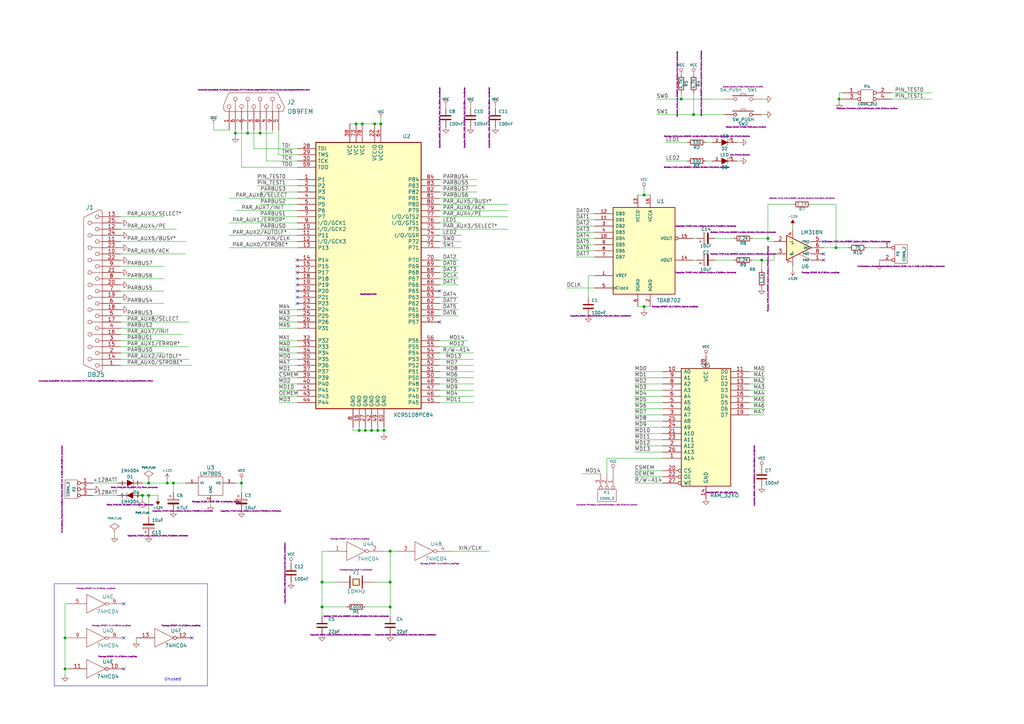
<source format=kicad_sch>
(kicad_sch (version 20250114) (generator "eeschema") (generator_version "9.0")
  (paper "A3")
  (title_block (title "XC95108PC84 EXPERIMENTATION BOARD") (date "Sun 22 Mar 2015"))
  (text "Unused" (at 67.31 279.4 0) (effects (font (size 1.27 1.27)) (justify left bottom)))
  (junction (at 154.94 176.53) (diameter 1.016))
  (junction (at 68.58 198.12) (diameter 1.016))
  (junction (at 149.86 176.53) (diameter 1.016))
  (junction (at 148.59 50.8) (diameter 1.016))
  (junction (at 26.67 274.32) (diameter 1.016))
  (junction (at 344.17 40.64) (diameter 1.016))
  (junction (at 157.48 176.53) (diameter 1.016))
  (junction (at 152.4 176.53) (diameter 1.016))
  (junction (at 147.32 176.53) (diameter 1.016))
  (junction (at 160.02 248.92) (diameter 1.016))
  (junction (at 264.16 125.73) (diameter 1.016))
  (junction (at 101.6 54.61) (diameter 1.016))
  (junction (at 106.68 54.61) (diameter 1.016))
  (junction (at 60.96 198.12) (diameter 1.016))
  (junction (at 156.21 50.8) (diameter 1.016))
  (junction (at 71.12 198.12) (diameter 1.016))
  (junction (at 146.05 50.8) (diameter 1.016))
  (junction (at 132.08 248.92) (diameter 1.016))
  (junction (at 96.52 54.61) (diameter 1.016))
  (junction (at 342.9 101.6) (diameter 1.016))
  (junction (at 26.67 261.62) (diameter 1.016))
  (junction (at 312.42 106.68) (diameter 1.016))
  (junction (at 284.48 46.99) (diameter 1.016))
  (junction (at 160.02 226.06) (diameter 1.016))
  (junction (at 132.08 238.76) (diameter 1.016))
  (junction (at 279.4 40.64) (diameter 1.016))
  (junction (at 264.16 80.01) (diameter 1.016))
  (junction (at 314.96 97.79) (diameter 1.016))
  (junction (at 99.06 198.12) (diameter 1.016))
  (junction (at 60.96 203.2) (diameter 1.016))
  (junction (at 58.42 203.2) (diameter 1.016))
  (junction (at 160.02 238.76) (diameter 1.016))
  (junction (at 153.67 50.8) (diameter 1.016))
  (no_connect (at 121.92 119.38))
  (no_connect (at 50.8 274.32))
  (no_connect (at 337.82 106.68))
  (no_connect (at 121.92 121.92))
  (no_connect (at 180.34 132.08))
  (no_connect (at 180.34 119.38))
  (no_connect (at 121.92 114.3))
  (no_connect (at 121.92 106.68))
  (no_connect (at 337.82 99.06))
  (no_connect (at 50.8 261.62))
  (no_connect (at 121.92 111.76))
  (no_connect (at 121.92 116.84))
  (no_connect (at 78.74 261.62))
  (no_connect (at 337.82 104.14))
  (no_connect (at 121.92 109.22))
  (no_connect (at 121.92 124.46))
  (no_connect (at 50.8 247.65))
  (wire (pts (xy 105.41 73.66) (xy 121.92 73.66)))
  (wire (pts (xy 93.98 81.28) (xy 121.92 81.28)))
  (wire (pts (xy 153.67 50.8) (xy 156.21 50.8)))
  (wire (pts (xy 342.9 101.6) (xy 347.98 101.6)))
  (polyline (pts (xy 22.225 239.395) (xy 85.09 239.395)))
  (wire (pts (xy 121.92 83.82) (xy 106.68 83.82)))
  (wire (pts (xy 49.53 137.16) (xy 74.93 137.16)))
  (wire (pts (xy 180.34 86.36) (xy 208.28 86.36)))
  (wire (pts (xy 365.76 38.1) (xy 382.27 38.1)))
  (wire (pts (xy 243.84 95.25) (xy 236.22 95.25)))
  (wire (pts (xy 149.86 176.53) (xy 152.4 176.53)))
  (wire (pts (xy 271.78 198.12) (xy 260.35 198.12)))
  (wire (pts (xy 147.32 176.53) (xy 149.86 176.53)))
  (wire (pts (xy 307.34 152.4) (xy 313.69 152.4)))
  (wire (pts (xy 187.96 129.54) (xy 180.34 129.54)))
  (wire (pts (xy 312.42 46.99) (xy 313.69 46.99)))
  (wire (pts (xy 38.1 198.12) (xy 48.26 198.12)))
  (wire (pts (xy 121.92 147.32) (xy 114.3 147.32)))
  (wire (pts (xy 132.08 248.92) (xy 132.08 252.73)))
  (wire (pts (xy 194.31 157.48) (xy 180.34 157.48)))
  (wire (pts (xy 160.02 226.06) (xy 160.02 238.76)))
  (wire (pts (xy 271.78 172.72) (xy 260.35 172.72)))
  (wire (pts (xy 121.92 60.96) (xy 104.14 60.96)))
  (wire (pts (xy 99.06 198.12) (xy 96.52 198.12)))
  (wire (pts (xy 243.84 102.87) (xy 236.22 102.87)))
  (wire (pts (xy 264.16 127) (xy 264.16 125.73)))
  (wire (pts (xy 264.16 80.01) (xy 266.7 80.01)))
  (wire (pts (xy 96.52 54.61) (xy 96.52 55.88)))
  (wire (pts (xy 261.62 125.73) (xy 264.16 125.73)))
  (wire (pts (xy 68.58 196.85) (xy 68.58 198.12)))
  (wire (pts (xy 146.05 50.8) (xy 148.59 50.8)))
  (wire (pts (xy 187.96 127) (xy 180.34 127)))
  (wire (pts (xy 187.96 111.76) (xy 180.34 111.76)))
  (wire (pts (xy 194.31 160.02) (xy 180.34 160.02)))
  (wire (pts (xy 248.92 187.96) (xy 248.92 194.31)))
  (wire (pts (xy 271.78 182.88) (xy 260.35 182.88)))
  (wire (pts (xy 157.48 176.53) (xy 157.48 177.8)))
  (wire (pts (xy 152.4 176.53) (xy 154.94 176.53)))
  (wire (pts (xy 160.02 226.06) (xy 162.56 226.06)))
  (wire (pts (xy 292.1 58.42) (xy 289.56 58.42)))
  (wire (pts (xy 58.42 203.2) (xy 60.96 203.2)))
  (wire (pts (xy 246.38 194.31) (xy 238.76 194.31)))
  (wire (pts (xy 271.78 152.4) (xy 260.35 152.4)))
  (wire (pts (xy 194.31 162.56) (xy 180.34 162.56)))
  (wire (pts (xy 345.44 40.64) (xy 344.17 40.64)))
  (wire (pts (xy 344.17 38.1) (xy 345.44 38.1)))
  (wire (pts (xy 121.92 88.9) (xy 106.68 88.9)))
  (wire (pts (xy 193.04 43.18) (xy 193.04 44.45)))
  (wire (pts (xy 308.61 97.79) (xy 314.96 97.79)))
  (wire (pts (xy 106.68 99.06) (xy 121.92 99.06)))
  (wire (pts (xy 191.77 142.24) (xy 180.34 142.24)))
  (wire (pts (xy 317.5 99.06) (xy 314.96 99.06)))
  (wire (pts (xy 365.76 40.64) (xy 382.27 40.64)))
  (polyline (pts (xy 85.09 239.395) (xy 85.09 281.305)))
  (wire (pts (xy 279.4 38.1) (xy 279.4 40.64)))
  (wire (pts (xy 96.52 53.34) (xy 96.52 54.61)))
  (wire (pts (xy 121.92 93.98) (xy 106.68 93.98)))
  (wire (pts (xy 67.31 114.3) (xy 49.53 114.3)))
  (wire (pts (xy 241.3 113.03) (xy 241.3 121.92)))
  (wire (pts (xy 71.12 198.12) (xy 71.12 201.93)))
  (wire (pts (xy 271.78 193.04) (xy 260.35 193.04)))
  (wire (pts (xy 101.6 54.61) (xy 106.68 54.61)))
  (wire (pts (xy 26.67 247.65) (xy 26.67 261.62)))
  (wire (pts (xy 279.4 40.64) (xy 297.18 40.64)))
  (wire (pts (xy 49.53 99.06) (xy 76.2 99.06)))
  (wire (pts (xy 314.96 83.82) (xy 314.96 97.79)))
  (wire (pts (xy 261.62 80.01) (xy 264.16 80.01)))
  (wire (pts (xy 292.1 66.04) (xy 289.56 66.04)))
  (wire (pts (xy 114.3 149.86) (xy 121.92 149.86)))
  (wire (pts (xy 121.92 162.56) (xy 114.3 162.56)))
  (wire (pts (xy 99.06 53.34) (xy 99.06 68.58)))
  (wire (pts (xy 114.3 127) (xy 121.92 127)))
  (wire (pts (xy 160.02 248.92) (xy 149.86 248.92)))
  (wire (pts (xy 99.06 68.58) (xy 121.92 68.58)))
  (wire (pts (xy 106.68 54.61) (xy 106.68 53.34)))
  (wire (pts (xy 307.34 160.02) (xy 313.69 160.02)))
  (wire (pts (xy 194.31 149.86) (xy 180.34 149.86)))
  (wire (pts (xy 293.37 97.79) (xy 300.99 97.79)))
  (wire (pts (xy 187.96 121.92) (xy 180.34 121.92)))
  (wire (pts (xy 87.63 53.34) (xy 93.98 53.34)))
  (wire (pts (xy 187.96 124.46) (xy 180.34 124.46)))
  (wire (pts (xy 194.31 154.94) (xy 180.34 154.94)))
  (wire (pts (xy 105.41 76.2) (xy 121.92 76.2)))
  (wire (pts (xy 64.77 203.2) (xy 64.77 204.47)))
  (wire (pts (xy 96.52 54.61) (xy 101.6 54.61)))
  (wire (pts (xy 152.4 175.26) (xy 152.4 176.53)))
  (wire (pts (xy 243.84 92.71) (xy 236.22 92.71)))
  (wire (pts (xy 144.78 176.53) (xy 147.32 176.53)))
  (wire (pts (xy 180.34 83.82) (xy 208.28 83.82)))
  (wire (pts (xy 303.53 66.04) (xy 302.26 66.04)))
  (wire (pts (xy 121.92 96.52) (xy 93.98 96.52)))
  (wire (pts (xy 114.3 129.54) (xy 121.92 129.54)))
  (wire (pts (xy 96.52 86.36) (xy 121.92 86.36)))
  (wire (pts (xy 302.26 58.42) (xy 303.53 58.42)))
  (wire (pts (xy 243.84 90.17) (xy 236.22 90.17)))
  (wire (pts (xy 160.02 238.76) (xy 160.02 248.92)))
  (wire (pts (xy 67.31 119.38) (xy 49.53 119.38)))
  (wire (pts (xy 189.23 101.6) (xy 180.34 101.6)))
  (wire (pts (xy 271.78 187.96) (xy 248.92 187.96)))
  (wire (pts (xy 121.92 157.48) (xy 114.3 157.48)))
  (wire (pts (xy 243.84 118.11) (xy 232.41 118.11)))
  (wire (pts (xy 26.67 261.62) (xy 26.67 274.32)))
  (wire (pts (xy 49.53 104.14) (xy 76.2 104.14)))
  (wire (pts (xy 314.96 83.82) (xy 325.12 83.82)))
  (wire (pts (xy 195.58 76.2) (xy 180.34 76.2)))
  (wire (pts (xy 180.34 88.9) (xy 208.28 88.9)))
  (wire (pts (xy 121.92 66.04) (xy 109.22 66.04)))
  (wire (pts (xy 187.96 116.84) (xy 180.34 116.84)))
  (wire (pts (xy 307.34 165.1) (xy 313.69 165.1)))
  (wire (pts (xy 312.42 106.68) (xy 317.5 106.68)))
  (wire (pts (xy 195.58 78.74) (xy 180.34 78.74)))
  (wire (pts (xy 67.31 124.46) (xy 49.53 124.46)))
  (wire (pts (xy 271.78 175.26) (xy 260.35 175.26)))
  (wire (pts (xy 271.78 160.02) (xy 260.35 160.02)))
  (wire (pts (xy 121.92 165.1) (xy 114.3 165.1)))
  (wire (pts (xy 132.08 238.76) (xy 132.08 248.92)))
  (wire (pts (xy 195.58 73.66) (xy 180.34 73.66)))
  (wire (pts (xy 49.53 93.98) (xy 72.39 93.98)))
  (wire (pts (xy 308.61 106.68) (xy 312.42 106.68)))
  (wire (pts (xy 281.94 58.42) (xy 273.05 58.42)))
  (wire (pts (xy 99.06 196.85) (xy 99.06 198.12)))
  (wire (pts (xy 114.3 63.5) (xy 114.3 53.34)))
  (wire (pts (xy 180.34 93.98) (xy 208.28 93.98)))
  (wire (pts (xy 121.92 160.02) (xy 114.3 160.02)))
  (wire (pts (xy 313.69 40.64) (xy 312.42 40.64)))
  (wire (pts (xy 67.31 129.54) (xy 49.53 129.54)))
  (wire (pts (xy 49.53 142.24) (xy 77.47 142.24)))
  (wire (pts (xy 67.31 109.22) (xy 49.53 109.22)))
  (wire (pts (xy 147.32 175.26) (xy 147.32 176.53)))
  (wire (pts (xy 67.31 134.62) (xy 49.53 134.62)))
  (wire (pts (xy 271.78 157.48) (xy 260.35 157.48)))
  (wire (pts (xy 142.24 248.92) (xy 132.08 248.92)))
  (wire (pts (xy 185.42 226.06) (xy 200.66 226.06)))
  (wire (pts (xy 271.78 180.34) (xy 260.35 180.34)))
  (wire (pts (xy 71.12 198.12) (xy 76.2 198.12)))
  (wire (pts (xy 67.31 88.9) (xy 49.53 88.9)))
  (wire (pts (xy 60.96 198.12) (xy 68.58 198.12)))
  (wire (pts (xy 317.5 106.68) (xy 317.5 104.14)))
  (wire (pts (xy 195.58 81.28) (xy 180.34 81.28)))
  (wire (pts (xy 182.88 44.45) (xy 182.88 43.18)))
  (wire (pts (xy 48.26 203.2) (xy 38.1 203.2)))
  (wire (pts (xy 149.86 175.26) (xy 149.86 176.53)))
  (wire (pts (xy 153.67 238.76) (xy 160.02 238.76)))
  (wire (pts (xy 337.82 101.6) (xy 342.9 101.6)))
  (wire (pts (xy 187.96 114.3) (xy 180.34 114.3)))
  (wire (pts (xy 101.6 53.34) (xy 101.6 54.61)))
  (wire (pts (xy 46.99 219.71) (xy 46.99 218.44)))
  (wire (pts (xy 189.23 91.44) (xy 180.34 91.44)))
  (wire (pts (xy 187.96 109.22) (xy 180.34 109.22)))
  (wire (pts (xy 67.31 144.78) (xy 49.53 144.78)))
  (wire (pts (xy 325.12 110.49) (xy 325.12 109.22)))
  (wire (pts (xy 60.96 196.85) (xy 60.96 198.12)))
  (wire (pts (xy 58.42 204.47) (xy 58.42 203.2)))
  (wire (pts (xy 58.42 198.12) (xy 60.96 198.12)))
  (wire (pts (xy 157.48 175.26) (xy 157.48 176.53)))
  (wire (pts (xy 148.59 50.8) (xy 153.67 50.8)))
  (wire (pts (xy 203.2 43.18) (xy 203.2 44.45)))
  (wire (pts (xy 132.08 226.06) (xy 132.08 238.76)))
  (wire (pts (xy 160.02 248.92) (xy 160.02 252.73)))
  (wire (pts (xy 271.78 195.58) (xy 260.35 195.58)))
  (wire (pts (xy 55.88 262.89) (xy 55.88 261.62)))
  (wire (pts (xy 132.08 238.76) (xy 138.43 238.76)))
  (wire (pts (xy 121.92 152.4) (xy 114.3 152.4)))
  (wire (pts (xy 87.63 53.34) (xy 87.63 50.8)))
  (wire (pts (xy 285.75 97.79) (xy 284.48 97.79)))
  (wire (pts (xy 271.78 167.64) (xy 260.35 167.64)))
  (wire (pts (xy 344.17 38.1) (xy 344.17 40.64)))
  (wire (pts (xy 269.24 40.64) (xy 279.4 40.64)))
  (wire (pts (xy 49.53 147.32) (xy 77.47 147.32)))
  (wire (pts (xy 121.92 91.44) (xy 93.98 91.44)))
  (wire (pts (xy 60.96 203.2) (xy 64.77 203.2)))
  (wire (pts (xy 121.92 63.5) (xy 114.3 63.5)))
  (wire (pts (xy 332.74 83.82) (xy 342.9 83.82)))
  (wire (pts (xy 194.31 144.78) (xy 180.34 144.78)))
  (polyline (pts (xy 85.09 281.305) (xy 22.225 281.305)))
  (wire (pts (xy 307.34 170.18) (xy 313.69 170.18)))
  (wire (pts (xy 121.92 154.94) (xy 114.3 154.94)))
  (wire (pts (xy 307.34 154.94) (xy 313.69 154.94)))
  (wire (pts (xy 355.6 101.6) (xy 360.68 101.6)))
  (wire (pts (xy 243.84 113.03) (xy 241.3 113.03)))
  (wire (pts (xy 143.51 50.8) (xy 146.05 50.8)))
  (wire (pts (xy 60.96 203.2) (xy 60.96 212.09)))
  (wire (pts (xy 271.78 177.8) (xy 260.35 177.8)))
  (wire (pts (xy 114.3 139.7) (xy 121.92 139.7)))
  (wire (pts (xy 114.3 142.24) (xy 121.92 142.24)))
  (wire (pts (xy 307.34 162.56) (xy 313.69 162.56)))
  (wire (pts (xy 111.76 54.61) (xy 111.76 53.34)))
  (wire (pts (xy 26.67 247.65) (xy 27.94 247.65)))
  (wire (pts (xy 109.22 66.04) (xy 109.22 53.34)))
  (wire (pts (xy 271.78 170.18) (xy 260.35 170.18)))
  (wire (pts (xy 271.78 165.1) (xy 260.35 165.1)))
  (wire (pts (xy 106.68 54.61) (xy 111.76 54.61)))
  (polyline (pts (xy 22.225 239.395) (xy 22.225 281.305)))
  (wire (pts (xy 300.99 106.68) (xy 293.37 106.68)))
  (wire (pts (xy 194.31 165.1) (xy 180.34 165.1)))
  (wire (pts (xy 284.48 46.99) (xy 297.18 46.99)))
  (wire (pts (xy 104.14 60.96) (xy 104.14 53.34)))
  (wire (pts (xy 360.68 107.95) (xy 360.68 106.68)))
  (wire (pts (xy 243.84 100.33) (xy 236.22 100.33)))
  (wire (pts (xy 154.94 176.53) (xy 157.48 176.53)))
  (wire (pts (xy 243.84 105.41) (xy 236.22 105.41)))
  (wire (pts (xy 156.21 50.8) (xy 156.21 48.26)))
  (wire (pts (xy 99.06 198.12) (xy 99.06 201.93)))
  (wire (pts (xy 93.98 101.6) (xy 121.92 101.6)))
  (wire (pts (xy 194.31 147.32) (xy 180.34 147.32)))
  (wire (pts (xy 121.92 78.74) (xy 106.68 78.74)))
  (wire (pts (xy 344.17 40.64) (xy 344.17 41.91)))
  (wire (pts (xy 271.78 185.42) (xy 260.35 185.42)))
  (wire (pts (xy 264.16 125.73) (xy 266.7 125.73)))
  (wire (pts (xy 26.67 274.32) (xy 26.67 276.86)))
  (wire (pts (xy 49.53 132.08) (xy 77.47 132.08)))
  (wire (pts (xy 114.3 144.78) (xy 121.92 144.78)))
  (wire (pts (xy 189.23 99.06) (xy 180.34 99.06)))
  (wire (pts (xy 194.31 152.4) (xy 180.34 152.4)))
  (wire (pts (xy 312.42 106.68) (xy 312.42 110.49)))
  (wire (pts (xy 314.96 97.79) (xy 314.96 99.06)))
  (wire (pts (xy 325.12 92.71) (xy 325.12 93.98)))
  (wire (pts (xy 271.78 162.56) (xy 260.35 162.56)))
  (wire (pts (xy 187.96 106.68) (xy 180.34 106.68)))
  (wire (pts (xy 132.08 226.06) (xy 134.62 226.06)))
  (wire (pts (xy 307.34 157.48) (xy 313.69 157.48)))
  (wire (pts (xy 114.3 134.62) (xy 121.92 134.62)))
  (wire (pts (xy 27.94 261.62) (xy 26.67 261.62)))
  (wire (pts (xy 49.53 149.86) (xy 78.74 149.86)))
  (wire (pts (xy 154.94 175.26) (xy 154.94 176.53)))
  (wire (pts (xy 157.48 226.06) (xy 160.02 226.06)))
  (wire (pts (xy 86.36 207.01) (xy 86.36 205.74)))
  (wire (pts (xy 26.67 274.32) (xy 27.94 274.32)))
  (wire (pts (xy 243.84 87.63) (xy 236.22 87.63)))
  (wire (pts (xy 264.16 80.01) (xy 264.16 77.47)))
  (wire (pts (xy 271.78 154.94) (xy 260.35 154.94)))
  (wire (pts (xy 285.75 106.68) (xy 284.48 106.68)))
  (wire (pts (xy 243.84 97.79) (xy 236.22 97.79)))
  (wire (pts (xy 191.77 139.7) (xy 180.34 139.7)))
  (wire (pts (xy 114.3 132.08) (xy 121.92 132.08)))
  (wire (pts (xy 68.58 198.12) (xy 71.12 198.12)))
  (wire (pts (xy 251.46 193.04) (xy 251.46 194.31)))
  (wire (pts (xy 189.23 96.52) (xy 180.34 96.52)))
  (wire (pts (xy 342.9 83.82) (xy 342.9 101.6)))
  (wire (pts (xy 307.34 167.64) (xy 313.69 167.64)))
  (wire (pts (xy 281.94 66.04) (xy 273.05 66.04)))
  (wire (pts (xy 144.78 175.26) (xy 144.78 176.53)))
  (wire (pts (xy 269.24 46.99) (xy 284.48 46.99)))
  (wire (pts (xy 284.48 46.99) (xy 284.48 38.1)))
  (wire (pts (xy 67.31 139.7) (xy 49.53 139.7)))
  (label "PARBUS2" (at 106.68 83.82 0) (effects (font (size 1.524 1.524))))
  (label "MA4" (at 313.69 162.56 180) (effects (font (size 1.524 1.524))))
  (label "PIN_TEST1" (at 367.03 40.64 0) (effects (font (size 1.524 1.524))))
  (label "MD1" (at 114.3 152.4 0) (effects (font (size 1.524 1.524))))
  (label "MA1" (at 114.3 139.7 0) (effects (font (size 1.524 1.524))))
  (label "PARBUS1" (at 106.68 88.9 0) (effects (font (size 1.524 1.524))))
  (label "+12BATT" (at 38.1 198.12 0) (effects (font (size 1.524 1.524))))
  (label "PAR_AUX8/SELECT" (at 52.07 132.08 0) (effects (font (size 1.524 1.524))))
  (label "MD2" (at 260.35 157.48 0) (effects (font (size 1.524 1.524))))
  (label "DAT7" (at 236.22 105.41 0) (effects (font (size 1.524 1.524))))
  (label "MD14" (at 184.15 139.7 0) (effects (font (size 1.524 1.524))))
  (label "PARBUS4" (at 181.61 73.66 0) (effects (font (size 1.524 1.524))))
  (label "MD4" (at 260.35 162.56 0) (effects (font (size 1.524 1.524))))
  (label "PARBUS5" (at 52.07 119.38 0) (effects (font (size 1.524 1.524))))
  (label "TDO" (at 115.57 68.58 0) (effects (font (size 1.524 1.524))))
  (label "TCK" (at 115.57 66.04 0) (effects (font (size 1.524 1.524))))
  (label "MD14" (at 240.03 194.31 0) (effects (font (size 1.524 1.524))))
  (label "MD2" (at 114.3 157.48 0) (effects (font (size 1.524 1.524))))
  (label "PAR_AUX7/INIT" (at 52.07 137.16 0) (effects (font (size 1.524 1.524))))
  (label "MD0" (at 114.3 147.32 0) (effects (font (size 1.524 1.524))))
  (label "DAT0" (at 181.61 109.22 0) (effects (font (size 1.524 1.524))))
  (label "OEMEM" (at 114.3 162.56 0) (effects (font (size 1.524 1.524))))
  (label "MA0" (at 114.3 142.24 0) (effects (font (size 1.524 1.524))))
  (label "XIN/CLK" (at 187.96 226.06 0) (effects (font (size 1.524 1.524))))
  (label "LED1" (at 181.61 91.44 0) (effects (font (size 1.524 1.524))))
  (label "SW1" (at 269.24 46.99 0) (effects (font (size 1.524 1.524))))
  (label "CSMEM" (at 114.3 154.94 0) (effects (font (size 1.524 1.524))))
  (label "DCLK" (at 232.41 118.11 0) (effects (font (size 1.524 1.524))))
  (label "MD9" (at 182.88 160.02 0) (effects (font (size 1.524 1.524))))
  (label "SW1" (at 181.61 101.6 0) (effects (font (size 1.524 1.524))))
  (label "PAR_AUX5/BUSY*" (at 52.07 99.06 0) (effects (font (size 1.524 1.524))))
  (label "MA6" (at 114.3 144.78 0) (effects (font (size 1.524 1.524))))
  (label "PAR_AUX7/INIT" (at 99.06 86.36 0) (effects (font (size 1.524 1.524))))
  (label "PAR_AUX5/BUSY*" (at 181.61 83.82 0) (effects (font (size 1.524 1.524))))
  (label "MA2" (at 313.69 157.48 180) (effects (font (size 1.524 1.524))))
  (label "PARBUS6" (at 181.61 81.28 0) (effects (font (size 1.524 1.524))))
  (label "MA0" (at 313.69 152.4 180) (effects (font (size 1.524 1.524))))
  (label "MA4" (at 114.3 127 0) (effects (font (size 1.524 1.524))))
  (label "PARBUS0" (at 106.68 93.98 0) (effects (font (size 1.524 1.524))))
  (label "DAT5" (at 236.22 100.33 0) (effects (font (size 1.524 1.524))))
  (label "OEMEM" (at 260.35 195.58 0) (effects (font (size 1.524 1.524))))
  (label "PAR_AUX6/ACK" (at 181.61 86.36 0) (effects (font (size 1.524 1.524))))
  (label "MD5" (at 260.35 165.1 0) (effects (font (size 1.524 1.524))))
  (label "PARBUS2" (at 52.07 134.62 0) (effects (font (size 1.524 1.524))))
  (label "-12BATT" (at 38.1 203.2 0) (effects (font (size 1.524 1.524))))
  (label "MA6" (at 313.69 167.64 180) (effects (font (size 1.524 1.524))))
  (label "DAT7" (at 181.61 124.46 0) (effects (font (size 1.524 1.524))))
  (label "MA5" (at 313.69 165.1 180) (effects (font (size 1.524 1.524))))
  (label "PARBUS3" (at 106.68 78.74 0) (effects (font (size 1.524 1.524))))
  (label "DAT0" (at 236.22 87.63 0) (effects (font (size 1.524 1.524))))
  (label "MD9" (at 260.35 175.26 0) (effects (font (size 1.524 1.524))))
  (label "PIN_TEST1" (at 105.41 76.2 0) (effects (font (size 1.524 1.524))))
  (label "PARBUS3" (at 52.07 129.54 0) (effects (font (size 1.524 1.524))))
  (label "PARBUS7" (at 181.61 78.74 0) (effects (font (size 1.524 1.524))))
  (label "MD13" (at 182.88 147.32 0) (effects (font (size 1.524 1.524))))
  (label "PARBUS4" (at 52.07 124.46 0) (effects (font (size 1.524 1.524))))
  (label "PAR_AUX8/SELECT" (at 96.52 81.28 0) (effects (font (size 1.524 1.524))))
  (label "DAT3" (at 181.61 111.76 0) (effects (font (size 1.524 1.524))))
  (label "PAR_AUX3/SELECT*" (at 181.61 93.98 0) (effects (font (size 1.524 1.524))))
  (label "DAT1" (at 236.22 90.17 0) (effects (font (size 1.524 1.524))))
  (label "PAR_AUX6/ACK" (at 52.07 104.14 0) (effects (font (size 1.524 1.524))))
  (label "DAT4" (at 181.61 121.92 0) (effects (font (size 1.524 1.524))))
  (label "R/W-A14" (at 181.61 144.78 0) (effects (font (size 1.524 1.524))))
  (label "PAR_AUX3/SELECT*" (at 52.07 88.9 0) (effects (font (size 1.524 1.524))))
  (label "MD3" (at 260.35 160.02 0) (effects (font (size 1.524 1.524))))
  (label "DAT4" (at 236.22 97.79 0) (effects (font (size 1.524 1.524))))
  (label "MD0" (at 260.35 152.4 0) (effects (font (size 1.524 1.524))))
  (label "PARBUS0" (at 52.07 144.78 0) (effects (font (size 1.524 1.524))))
  (label "LED2" (at 273.05 66.04 0) (effects (font (size 1.524 1.524))))
  (label "MA3" (at 313.69 160.02 180) (effects (font (size 1.524 1.524))))
  (label "PAR_AUX4/PE" (at 181.61 88.9 0) (effects (font (size 1.524 1.524))))
  (label "MA7" (at 114.3 149.86 0) (effects (font (size 1.524 1.524))))
  (label "LED2" (at 181.61 96.52 0) (effects (font (size 1.524 1.524))))
  (label "MA7" (at 313.69 170.18 180) (effects (font (size 1.524 1.524))))
  (label "PARBUS7" (at 52.07 109.22 0) (effects (font (size 1.524 1.524))))
  (label "MD7" (at 182.88 149.86 0) (effects (font (size 1.524 1.524))))
  (label "DAT5" (at 181.61 127 0) (effects (font (size 1.524 1.524))))
  (label "PARBUS6" (at 52.07 114.3 0) (effects (font (size 1.524 1.524))))
  (label "DAT6" (at 181.61 129.54 0) (effects (font (size 1.524 1.524))))
  (label "MD7" (at 260.35 170.18 0) (effects (font (size 1.524 1.524))))
  (label "DAT3" (at 236.22 95.25 0) (effects (font (size 1.524 1.524))))
  (label "DAT1" (at 181.61 116.84 0) (effects (font (size 1.524 1.524))))
  (label "PAR_AUX2/AUTOLF*" (at 52.07 147.32 0) (effects (font (size 1.524 1.524))))
  (label "MD1" (at 260.35 154.94 0) (effects (font (size 1.524 1.524))))
  (label "MA5" (at 114.3 134.62 0) (effects (font (size 1.524 1.524))))
  (label "PARBUS5" (at 181.61 76.2 0) (effects (font (size 1.524 1.524))))
  (label "MA2" (at 114.3 132.08 0) (effects (font (size 1.524 1.524))))
  (label "MD4" (at 182.88 162.56 0) (effects (font (size 1.524 1.524))))
  (label "MD11" (at 260.35 180.34 0) (effects (font (size 1.524 1.524))))
  (label "PAR_AUX2/AUTOLF*" (at 95.25 96.52 0) (effects (font (size 1.524 1.524))))
  (label "PIN_TEST0" (at 105.41 73.66 0) (effects (font (size 1.524 1.524))))
  (label "MD6" (at 182.88 154.94 0) (effects (font (size 1.524 1.524))))
  (label "MD8" (at 182.88 152.4 0) (effects (font (size 1.524 1.524))))
  (label "MD8" (at 260.35 172.72 0) (effects (font (size 1.524 1.524))))
  (label "TDI" (at 115.57 60.96 0) (effects (font (size 1.524 1.524))))
  (label "MD6" (at 260.35 167.64 0) (effects (font (size 1.524 1.524))))
  (label "SW0" (at 181.61 99.06 0) (effects (font (size 1.524 1.524))))
  (label "DAT2" (at 236.22 92.71 0) (effects (font (size 1.524 1.524))))
  (label "MD5" (at 182.88 157.48 0) (effects (font (size 1.524 1.524))))
  (label "MD12" (at 260.35 182.88 0) (effects (font (size 1.524 1.524))))
  (label "MD12" (at 184.15 142.24 0) (effects (font (size 1.524 1.524))))
  (label "MD10" (at 260.35 177.8 0) (effects (font (size 1.524 1.524))))
  (label "MD13" (at 260.35 185.42 0) (effects (font (size 1.524 1.524))))
  (label "PAR_AUX1/ERROR*" (at 95.25 91.44 0) (effects (font (size 1.524 1.524))))
  (label "PAR_AUX1/ERROR*" (at 52.07 142.24 0) (effects (font (size 1.524 1.524))))
  (label "MA1" (at 313.69 154.94 180) (effects (font (size 1.524 1.524))))
  (label "LED1" (at 273.05 58.42 0) (effects (font (size 1.524 1.524))))
  (label "R/W-A14" (at 260.35 198.12 0) (effects (font (size 1.524 1.524))))
  (label "PARBUS1" (at 52.07 139.7 0) (effects (font (size 1.524 1.524))))
  (label "CSMEM" (at 260.35 193.04 0) (effects (font (size 1.524 1.524))))
  (label "PAR_AUX0/STROBE*" (at 52.07 149.86 0) (effects (font (size 1.524 1.524))))
  (label "XIN/CLK" (at 109.22 99.06 0) (effects (font (size 1.524 1.524))))
  (label "MD10" (at 114.3 160.02 0) (effects (font (size 1.524 1.524))))
  (label "SW0" (at 269.24 40.64 0) (effects (font (size 1.524 1.524))))
  (label "DAT6" (at 236.22 102.87 0) (effects (font (size 1.524 1.524))))
  (label "DAT2" (at 181.61 106.68 0) (effects (font (size 1.524 1.524))))
  (label "PAR_AUX0/STROBE*" (at 95.25 101.6 0) (effects (font (size 1.524 1.524))))
  (label "PIN_TEST0" (at 367.03 38.1 0) (effects (font (size 1.524 1.524))))
  (label "MA3" (at 114.3 129.54 0) (effects (font (size 1.524 1.524))))
  (label "DCLK" (at 181.61 114.3 0) (effects (font (size 1.524 1.524))))
  (label "MD3" (at 114.3 165.1 0) (effects (font (size 1.524 1.524))))
  (label "TMS" (at 115.57 63.5 0) (effects (font (size 1.524 1.524))))
  (label "MD11" (at 182.88 165.1 0) (effects (font (size 1.524 1.524))))
  (label "PAR_AUX4/PE" (at 52.07 93.98 0) (effects (font (size 1.524 1.524))))
  (symbol (lib_id "carte_test_schlib:TDA8702") (at 264.16 102.87 0) (unit 1)
    (property "Reference" "U1" (at 269.24 82.55 0) (effects (font (size 1.524 1.524)) (justify left)))
    (property "Value" "TDA8702" (at 269.24 123.19 0) (effects (font (size 1.524 1.524)) (justify left)))
    (property "Footprint" "Package_DIP:DIP-16_W7.62mm_Socket_LongPads" (at 276.86 125.73 0) (effects (font (size 0.508 0.508))))
  )
  (symbol (lib_id "carte_test_schlib:VCC") (at 264.16 77.47 0) (unit 1)
    (property "Reference" "#PWR046" (effects (hide yes)))
    (property "Value" "VCC" (at 264.16 73.66 0) (effects (font (size 1.016 1.016))))
  )
  (symbol (lib_id "carte_test_schlib:GND") (at 132.08 260.35 0) (unit 1)
    (property "Reference" "#PWR048" (effects (hide yes)))
    (property "Value" "GND" (effects (hide yes)))
  )
  (symbol (lib_id "carte_test_schlib:GND") (at 264.16 127 0) (unit 1)
    (property "Reference" "#PWR044" (effects (hide yes)))
    (property "Value" "GND" (effects (hide yes)))
  )
  (symbol (lib_id "carte_test_schlib:C") (at 241.3 125.73 0) (unit 1)
    (property "Reference" "C1" (at 242.57 123.19 0) (effects (justify left)))
    (property "Value" "100nF" (at 242.57 128.27 0) (effects (justify left)))
    (property "Footprint" "Capacitor_SMD:C_1206_3216Metric_Pad1.33x1.80mm_HandSolder" (at 246.38 129.54 0) (effects (font (size 0.508 0.508))))
  )
  (symbol (lib_id "carte_test_schlib:GND") (at 241.3 129.54 0) (unit 1)
    (property "Reference" "#PWR043" (effects (hide yes)))
    (property "Value" "GND" (effects (hide yes)))
  )
  (symbol (lib_id "carte_test_schlib:CP") (at 289.56 106.68 90) (unit 1)
    (property "Reference" "C2" (at 289.56 102.87 90) (effects (justify bottom)))
    (property "Value" "10uF" (at 289.56 110.49 90))
    (property "Footprint" "Capacitor_THT:CP_Axial_L10.0mm_D4.5mm_P15.00mm_Horizontal" (at 289.56 111.76 90) (effects (font (size 0.508 0.508))))
  )
  (symbol (lib_id "carte_test_schlib:CP") (at 99.06 205.74 0) (unit 1)
    (property "Reference" "C3" (at 100.33 203.2 0) (effects (justify left)))
    (property "Value" "10uF" (at 100.33 208.28 0) (effects (justify left)))
    (property "Footprint" "Capacitor_THT:CP_Axial_L10.0mm_D4.5mm_P15.00mm_Horizontal" (at 102.87 209.55 0) (effects (font (size 0.508 0.508))))
  )
  (symbol (lib_id "carte_test_schlib:GND") (at 99.06 209.55 0) (unit 1)
    (property "Reference" "#PWR042" (effects (hide yes)))
    (property "Value" "GND" (effects (hide yes)))
  )
  (symbol (lib_id "carte_test_schlib:GND") (at 96.52 55.88 0) (unit 1)
    (property "Reference" "#PWR040" (effects (hide yes)))
    (property "Value" "GND" (effects (hide yes)))
  )
  (symbol (lib_id "carte_test_schlib:CRYSTAL") (at 146.05 238.76 0) (unit 1)
    (property "Reference" "X1" (at 146.05 234.95 0) (effects (font (size 1.524 1.524))))
    (property "Value" "10MHz" (at 146.05 242.57 0) (effects (font (size 1.524 1.524))))
    (property "Footprint" "Crystal:Crystal_HC18-U_Horizontal" (at 146.05 233.68 0) (effects (font (size 0.508 0.508))))
  )
  (symbol (lib_id "carte_test_schlib:C") (at 160.02 256.54 0) (unit 1)
    (property "Reference" "C4" (at 162.56 254 0) (effects (justify left)))
    (property "Value" "22pF" (at 162.56 259.08 0) (effects (justify left)))
    (property "Footprint" "Capacitor_SMD:C_1206_3216Metric_Pad1.33x1.80mm_HandSolder" (at 166.37 260.35 0) (effects (font (size 0.508 0.508))))
  )
  (symbol (lib_id "carte_test_schlib:R") (at 146.05 248.92 270) (unit 1)
    (property "Reference" "R1" (at 146.05 250.952 90))
    (property "Value" "100K" (at 146.05 248.92 90))
    (property "Footprint" "Resistor_THT:R_Axial_DIN0207_L6.3mm_D2.5mm_P10.16mm_Horizontal" (at 146.05 252.73 90) (effects (font (size 0.508 0.508))))
  )
  (symbol (lib_id "carte_test_schlib:LM7805") (at 86.36 199.39 0) (unit 1)
    (property "Reference" "U3" (at 86.36 191.77 0) (effects (font (size 1.524 1.524))))
    (property "Value" "LM7805" (at 86.36 194.31 0) (effects (font (size 1.524 1.524))))
    (property "Footprint" "Package_TO_SOT_THT:TO-220-3_Horizontal_TabDown" (at 88.9 205.74 0) (effects (font (size 0.508 0.508))))
  )
  (symbol (lib_id "carte_test_schlib:GND") (at 86.36 207.01 0) (unit 1)
    (property "Reference" "#PWR038" (effects (hide yes)))
    (property "Value" "GND" (effects (hide yes)))
  )
  (symbol (lib_id "carte_test_schlib:VCC") (at 99.06 196.85 0) (unit 1)
    (property "Reference" "#PWR037" (effects (hide yes)))
    (property "Value" "VCC" (at 99.06 193.04 0) (effects (font (size 1.016 1.016))))
  )
  (symbol (lib_id "carte_test_schlib:CONN_3") (at 29.21 200.66 0) (mirror y) (unit 1)
    (property "Reference" "P2" (at 30.4292 200.66 90) (effects (font (size 1.016 1.016))))
    (property "Value" "CONN_3" (at 27.94 200.66 90) (effects (font (size 1.016 1.016))))
    (property "Footprint" "TerminalBlock_Phoenix:TerminalBlock_Phoenix_MKDS-1,5-3-5.08_1x03_P5.08mm_Horizontal" (at 25.4 200.66 90) (effects (font (size 0.508 0.508))))
  )
  (symbol (lib_id "carte_test_schlib:GND") (at 38.1 200.66 90) (unit 1)
    (property "Reference" "#PWR036" (effects (hide yes)))
    (property "Value" "GND" (effects (hide yes)))
  )
  (symbol (lib_id "carte_test_schlib:DIODE") (at 53.34 198.12 0) (unit 1)
    (property "Reference" "D1" (at 53.34 195.58 0))
    (property "Value" "1N4004" (at 53.34 193.04 0))
    (property "Footprint" "Diode_THT:D_DO-35_SOD27_P12.70mm_Horizontal" (at 55.118 199.898 0) (effects (font (size 0.508 0.508))))
  )
  (symbol (lib_id "carte_test_schlib:CP") (at 71.12 205.74 0) (unit 1)
    (property "Reference" "C6" (at 72.39 203.2 0) (effects (justify left)))
    (property "Value" "47uF" (at 72.39 208.28 0) (effects (justify left)))
    (property "Footprint" "Capacitor_THT:CP_Axial_L10.0mm_D4.5mm_P15.00mm_Horizontal" (at 74.93 209.55 0) (effects (font (size 0.508 0.508))))
  )
  (symbol (lib_id "carte_test_schlib:GND") (at 71.12 209.55 0) (unit 1)
    (property "Reference" "#PWR035" (effects (hide yes)))
    (property "Value" "GND" (effects (hide yes)))
  )
  (symbol (lib_id "carte_test_schlib:CONN_2") (at 369.57 104.14 0) (unit 1)
    (property "Reference" "P3" (at 368.3 104.14 90) (effects (font (size 1.016 1.016))))
    (property "Value" "CONN_2" (at 370.84 104.14 90) (effects (font (size 1.016 1.016))))
    (property "Footprint" "TerminalBlock_Phoenix:TerminalBlock_Phoenix_MKDS-1,5-2-5.08_1x02_P5.08mm_Horizontal" (at 369.57 109.22 0) (effects (font (size 0.508 0.508))))
  )
  (symbol (lib_id "carte_test_schlib:PWR_FLAG") (at 46.99 218.44 0) (unit 1)
    (property "Reference" "#FLG032" (effects (hide yes)))
    (property "Value" "PWR_FLAG" (at 46.99 212.598 0) (effects (font (size 0.762 0.762))))
  )
  (symbol (lib_id "carte_test_schlib:74HC04") (at 146.05 226.06 0) (unit 1)
    (property "Reference" "U4" (at 151.003 223.139 0) (effects (font (size 1.524 1.524))))
    (property "Value" "74HC04" (at 150.876 229.2096 0) (effects (font (size 1.524 1.524))))
    (property "Footprint" "Package_DIP:DIP-14_W7.62mm_LongPads" (at 143.51 220.98 0) (effects (font (size 0.508 0.508))))
  )
  (symbol (lib_id "carte_test_schlib:74HC04") (at 173.99 226.06 0) (unit 2)
    (property "Reference" "U4" (at 178.943 223.139 0) (effects (font (size 1.524 1.524))))
    (property "Value" "74HC04" (at 178.816 229.2096 0) (effects (font (size 1.524 1.524))))
    (property "Footprint" "Package_DIP:DIP-14_W7.62mm_LongPads" (at 180.34 231.14 0) (effects (font (size 0.508 0.508))))
  )
  (symbol (lib_id "carte_test_schlib:74HC04") (at 39.37 247.65 0) (unit 3)
    (property "Reference" "U4" (at 44.323 244.729 0) (effects (font (size 1.524 1.524))))
    (property "Value" "74HC04" (at 44.196 250.7996 0) (effects (font (size 1.524 1.524))))
    (property "Footprint" "Package_DIP:DIP-14_W7.62mm_LongPads" (at 39.37 241.3 0) (effects (font (size 0.508 0.508))))
  )
  (symbol (lib_id "carte_test_schlib:74HC04") (at 39.37 261.62 0) (unit 4)
    (property "Reference" "U4" (at 44.323 258.699 0) (effects (font (size 1.524 1.524))))
    (property "Value" "74HC04" (at 44.196 264.7696 0) (effects (font (size 1.524 1.524))))
    (property "Footprint" "Package_DIP:DIP-14_W7.62mm_LongPads" (at 45.72 256.54 0) (effects (font (size 0.508 0.508))))
  )
  (symbol (lib_id "carte_test_schlib:74HC04") (at 39.37 274.32 0) (unit 5)
    (property "Reference" "U4" (at 44.323 271.399 0) (effects (font (size 1.524 1.524))))
    (property "Value" "74HC04" (at 44.196 277.4696 0) (effects (font (size 1.524 1.524))))
    (property "Footprint" "Package_DIP:DIP-14_W7.62mm_LongPads" (at 48.26 269.24 0) (effects (font (size 0.508 0.508))))
  )
  (symbol (lib_id "carte_test_schlib:74HC04") (at 67.31 261.62 0) (unit 6)
    (property "Reference" "U4" (at 72.263 258.699 0) (effects (font (size 1.524 1.524))))
    (property "Value" "74HC04" (at 72.136 264.7696 0) (effects (font (size 1.524 1.524))))
    (property "Footprint" "Package_DIP:DIP-14_W7.62mm_LongPads" (at 74.295 256.54 0) (effects (font (size 0.508 0.508))))
  )
  (symbol (lib_id "carte_test_schlib:GND") (at 26.67 276.86 0) (unit 1)
    (property "Reference" "#PWR031" (effects (hide yes)))
    (property "Value" "GND" (effects (hide yes)))
  )
  (symbol (lib_id "carte_test_schlib:GND") (at 55.88 262.89 0) (unit 1)
    (property "Reference" "#PWR030" (effects (hide yes)))
    (property "Value" "GND" (effects (hide yes)))
  )
  (symbol (lib_id "carte_test_schlib:RAM_32KO") (at 289.56 172.72 0) (unit 1)
    (property "Reference" "U5" (at 289.56 149.86 0) (effects (font (size 1.778 1.778))))
    (property "Value" "RAM_32KO" (at 297.18 203.2 0) (effects (font (size 1.524 1.524))))
    (property "Footprint" "footprints:DIP-28__300__600_ELL" (at 295.91 201.93 0) (effects (font (size 0.508 0.508))))
  )
  (symbol (lib_id "carte_test_schlib:CONN_3") (at 248.92 203.2 270) (unit 1)
    (property "Reference" "K1" (at 248.92 201.93 90))
    (property "Value" "CONN_3" (at 248.92 204.47 90) (effects (font (size 1.016 1.016))))
    (property "Footprint" "Connector_PinHeader_2.54mm:PinHeader_1x03_P2.54mm_Vertical" (at 248.92 207.01 90) (effects (font (size 0.508 0.508))))
  )
  (symbol (lib_id "carte_test_schlib:VCC") (at 251.46 193.04 0) (unit 1)
    (property "Reference" "#PWR029" (effects (hide yes)))
    (property "Value" "VCC" (at 251.46 189.23 0) (effects (font (size 1.016 1.016))))
  )
  (symbol (lib_id "carte_test_schlib:DB25") (at 38.1 119.38 0) (mirror y) (unit 1)
    (property "Reference" "J1" (at 36.83 85.09 0) (effects (font (size 1.778 1.778))))
    (property "Value" "DB25" (at 39.37 153.67 0) (effects (font (size 1.778 1.778))))
    (property "Footprint" "Connector_Dsub:DSUB-25_Female_Horizontal_P2.77x2.84mm_EdgePinOffset9.90mm_Housed_MountingHolesOffset11.32mm" (at 39.37 156.21 0) (effects (font (size 0.508 0.508))))
  )
  (symbol (lib_id "carte_test_schlib:GND") (at 49.53 91.44 90) (unit 1)
    (property "Reference" "#PWR028" (effects (hide yes)))
    (property "Value" "GND" (effects (hide yes)))
  )
  (symbol (lib_id "carte_test_schlib:C") (at 119.38 234.95 0) (unit 1)
    (property "Reference" "C12" (at 120.65 232.41 0) (effects (justify left)))
    (property "Value" "100nF" (at 120.65 237.49 0) (effects (justify left)))
    (property "Footprint" "Capacitor_SMD:C_1206_3216Metric_Pad1.33x1.80mm_HandSolder" (at 116.84 234.95 90) (effects (font (size 0.508 0.508))))
  )
  (symbol (lib_id "carte_test_schlib:VCC") (at 119.38 231.14 0) (unit 1)
    (property "Reference" "#PWR022" (effects (hide yes)))
    (property "Value" "VCC" (at 119.38 227.33 0) (effects (font (size 1.016 1.016))))
  )
  (symbol (lib_id "carte_test_schlib:GND") (at 119.38 238.76 0) (unit 1)
    (property "Reference" "#PWR021" (effects (hide yes)))
    (property "Value" "GND" (effects (hide yes)))
  )
  (symbol (lib_id "carte_test_schlib:R") (at 285.75 66.04 270) (unit 1)
    (property "Reference" "R3" (at 285.75 68.072 90))
    (property "Value" "330" (at 285.75 66.04 90))
    (property "Footprint" "Resistor_THT:R_Axial_DIN0207_L6.3mm_D2.5mm_P10.16mm_Horizontal" (at 285.75 68.58 90) (effects (font (size 0.508 0.508))))
  )
  (symbol (lib_id "carte_test_schlib:LED") (at 297.18 66.04 180) (unit 1)
    (property "Reference" "D3" (at 297.18 68.58 0))
    (property "Value" "LED" (at 297.18 63.5 0))
    (property "Footprint" "LED_THT:LED_D5.0mm" (at 303.53 63.5 0) (effects (font (size 0.508 0.508))))
  )
  (symbol (lib_id "carte_test_schlib:GND") (at 303.53 66.04 90) (unit 1)
    (property "Reference" "#PWR019" (effects (hide yes)))
    (property "Value" "GND" (effects (hide yes)))
  )
  (symbol (lib_id "carte_test_schlib:GND") (at 49.53 116.84 90) (unit 1)
    (property "Reference" "#PWR018" (effects (hide yes)))
    (property "Value" "GND" (effects (hide yes)))
  )
  (symbol (lib_id "carte_test_schlib:SW_PUSH") (at 304.8 40.64 0) (unit 1)
    (property "Reference" "SW1" (at 308.61 36.83 0))
    (property "Value" "SW_PUSH" (at 299.72 36.83 0))
    (property "Footprint" "Button_Switch_THT:SW_PUSH_6mm_H4.3mm" (at 304.8 35.56 0) (effects (font (size 0.508 0.508))))
  )
  (symbol (lib_id "carte_test_schlib:SW_PUSH") (at 304.8 46.99 0) (unit 1)
    (property "Reference" "SW2" (at 304.8 50.8 0))
    (property "Value" "SW_PUSH" (at 304.8 49.022 0))
    (property "Footprint" "Button_Switch_THT:SW_PUSH_6mm_H4.3mm" (at 306.07 52.07 0) (effects (font (size 0.508 0.508))))
  )
  (symbol (lib_id "carte_test_schlib:GND") (at 313.69 40.64 90) (unit 1)
    (property "Reference" "#PWR017" (effects (hide yes)))
    (property "Value" "GND" (effects (hide yes)))
  )
  (symbol (lib_id "carte_test_schlib:GND") (at 313.69 46.99 90) (unit 1)
    (property "Reference" "#PWR016" (effects (hide yes)))
    (property "Value" "GND" (effects (hide yes)))
  )
  (symbol (lib_id "carte_test_schlib:R") (at 284.48 34.29 0) (unit 1)
    (property "Reference" "R4" (at 286.512 34.29 90))
    (property "Value" "4,7K" (at 284.48 34.29 90))
    (property "Footprint" "Resistor_THT:R_Axial_DIN0207_L6.3mm_D2.5mm_P10.16mm_Horizontal" (at 287.6296 34.1376 90) (effects (font (size 0.508 0.508))))
  )
  (symbol (lib_id "carte_test_schlib:R") (at 279.4 34.29 0) (unit 1)
    (property "Reference" "R5" (at 281.432 34.29 90))
    (property "Value" "4,7K" (at 279.4 34.29 90))
    (property "Footprint" "Resistor_THT:R_Axial_DIN0207_L6.3mm_D2.5mm_P10.16mm_Horizontal" (at 277.7744 34.4424 90) (effects (font (size 0.508 0.508))))
  )
  (symbol (lib_id "carte_test_schlib:VCC") (at 279.4 30.48 0) (unit 1)
    (property "Reference" "#PWR015" (effects (hide yes)))
    (property "Value" "VCC" (at 279.4 26.67 0) (effects (font (size 1.016 1.016))))
  )
  (symbol (lib_id "carte_test_schlib:VCC") (at 284.48 30.48 0) (unit 1)
    (property "Reference" "#PWR014" (effects (hide yes)))
    (property "Value" "VCC" (at 284.48 26.67 0) (effects (font (size 1.016 1.016))))
  )
  (symbol (lib_id "carte_test_schlib:GND") (at 49.53 96.52 90) (unit 1)
    (property "Reference" "#PWR013" (effects (hide yes)))
    (property "Value" "GND" (effects (hide yes)))
  )
  (symbol (lib_id "carte_test_schlib:GND") (at 49.53 101.6 90) (unit 1)
    (property "Reference" "#PWR012" (effects (hide yes)))
    (property "Value" "GND" (effects (hide yes)))
  )
  (symbol (lib_id "carte_test_schlib:GND") (at 49.53 106.68 90) (unit 1)
    (property "Reference" "#PWR011" (effects (hide yes)))
    (property "Value" "GND" (effects (hide yes)))
  )
  (symbol (lib_id "carte_test_schlib:GND") (at 49.53 111.76 90) (unit 1)
    (property "Reference" "#PWR010" (effects (hide yes)))
    (property "Value" "GND" (effects (hide yes)))
  )
  (symbol (lib_id "carte_test_schlib:GND") (at 49.53 121.92 90) (unit 1)
    (property "Reference" "#PWR09" (effects (hide yes)))
    (property "Value" "GND" (effects (hide yes)))
  )
  (symbol (lib_id "carte_test_schlib:GND") (at 49.53 127 90) (unit 1)
    (property "Reference" "#PWR08" (effects (hide yes)))
    (property "Value" "GND" (effects (hide yes)))
  )
  (symbol (lib_id "carte_test_schlib:CONN_2X2") (at 355.6 39.37 0) (unit 1)
    (property "Reference" "P4" (at 355.6 35.56 0))
    (property "Value" "CONN_2X2" (at 355.854 42.672 0) (effects (font (size 1.016 1.016))))
    (property "Footprint" "Connector_PinHeader_2.54mm:PinHeader_2x02_P2.54mm_Vertical" (at 355.6 44.45 0) (effects (font (size 0.508 0.508))))
  )
  (symbol (lib_id "carte_test_schlib:GND") (at 344.17 41.91 0) (unit 1)
    (property "Reference" "#PWR07" (effects (hide yes)))
    (property "Value" "GND" (effects (hide yes)))
  )
  (symbol (lib_id "carte_test_schlib:CP") (at 289.56 97.79 90) (unit 1)
    (property "Reference" "C14" (at 289.56 93.98 90))
    (property "Value" "10uF" (at 289.56 101.6 90) (effects (justify top)))
    (property "Footprint" "Capacitor_THT:CP_Axial_L10.0mm_D4.5mm_P15.00mm_Horizontal" (at 289.56 92.71 90) (effects (font (size 0.508 0.508))))
  )
  (symbol (lib_id "carte_test_schlib:R") (at 304.8 97.79 270) (unit 1)
    (property "Reference" "R8" (at 304.8 99.822 90))
    (property "Value" "2,2K" (at 304.8 97.79 90))
    (property "Footprint" "Resistor_THT:R_Axial_DIN0207_L6.3mm_D2.5mm_P10.16mm_Horizontal" (at 304.8 95.25 90) (effects (font (size 0.508 0.508))))
  )
  (symbol (lib_id "carte_test_schlib:R") (at 304.8 106.68 270) (unit 1)
    (property "Reference" "R9" (at 304.8 108.712 90))
    (property "Value" "2,2K" (at 304.8 106.68 90))
    (property "Footprint" "Resistor_THT:R_Axial_DIN0207_L6.3mm_D2.5mm_P10.16mm_Horizontal" (at 304.8 104.14 90) (effects (font (size 0.508 0.508))))
  )
  (symbol (lib_id "carte_test_schlib:R") (at 312.42 114.3 0) (unit 1)
    (property "Reference" "R6" (at 308.61 110.49 0))
    (property "Value" "1,1k" (at 312.42 114.3 90))
    (property "Footprint" "Resistor_THT:R_Axial_DIN0207_L6.3mm_D2.5mm_P10.16mm_Horizontal" (at 314.96 114.3 90) (effects (font (size 0.508 0.508))))
  )
  (symbol (lib_id "carte_test_schlib:R") (at 328.93 83.82 270) (unit 1)
    (property "Reference" "R7" (at 328.93 85.852 90))
    (property "Value" "1,1K" (at 328.93 83.82 90))
    (property "Footprint" "Resistor_THT:R_Axial_DIN0207_L6.3mm_D2.5mm_P10.16mm_Horizontal" (at 328.93 81.28 90) (effects (font (size 0.508 0.508))))
  )
  (symbol (lib_id "carte_test_schlib:R") (at 351.79 101.6 270) (unit 1)
    (property "Reference" "R10" (at 351.79 103.632 90))
    (property "Value" "75" (at 351.79 101.6 90))
    (property "Footprint" "Resistor_THT:R_Axial_DIN0207_L6.3mm_D2.5mm_P10.16mm_Horizontal" (at 351.79 99.06 90) (effects (font (size 0.508 0.508))))
  )
  (symbol (lib_id "carte_test_schlib:LM318N") (at 327.66 101.6 0) (mirror x) (unit 1)
    (property "Reference" "U6" (at 330.2 109.22 0) (effects (font (size 1.524 1.524))))
    (property "Value" "LM318N" (at 332.994 95.2754 0) (effects (font (size 1.524 1.524))))
    (property "Footprint" "Package_DIP:DIP-8_W7.62mm_LongPads" (at 336.55 111.76 0) (effects (font (size 0.508 0.508))))
  )
  (symbol (lib_id "carte_test_schlib:GND") (at 312.42 118.11 0) (unit 1)
    (property "Reference" "#PWR06" (effects (hide yes)))
    (property "Value" "GND" (effects (hide yes)))
  )
  (symbol (lib_id "carte_test_schlib:+12V") (at 68.58 196.85 0) (unit 1)
    (property "Reference" "#PWR05" (effects (hide yes)))
    (property "Value" "+12V" (at 68.58 193.04 0) (effects (font (size 1.016 1.016))))
  )
  (symbol (lib_id "carte_test_schlib:+12V") (at 325.12 110.49 0) (mirror x) (unit 1)
    (property "Reference" "#PWR04" (effects (hide yes)))
    (property "Value" "+12V" (at 325.12 114.3 0) (effects (font (size 1.016 1.016))))
  )
  (symbol (lib_id "carte_test_schlib:-12V") (at 325.12 92.71 0) (unit 1)
    (property "Reference" "#PWR118" (effects (hide yes)))
    (property "Value" "-12V" (at 325.12 88.9 0) (effects (font (size 1.016 1.016))))
  )
  (symbol (lib_id "carte_test_schlib:-12V") (at 64.77 204.47 0) (mirror x) (unit 1)
    (property "Reference" "#PWR139" (effects (hide yes)))
    (property "Value" "-12V" (at 64.77 208.28 0) (effects (font (size 1.016 1.016))))
  )
  (symbol (lib_id "carte_test_schlib:CP") (at 60.96 215.9 0) (mirror x) (unit 1)
    (property "Reference" "C13" (at 62.23 218.44 0) (effects (justify left)))
    (property "Value" "10uF" (at 62.23 213.36 0) (effects (justify left)))
    (property "Footprint" "Capacitor_THT:CP_Axial_L10.0mm_D4.5mm_P15.00mm_Horizontal" (at 64.77 219.71 0) (effects (font (size 0.508 0.508))))
  )
  (symbol (lib_id "carte_test_schlib:GND") (at 60.96 219.71 0) (unit 1)
    (property "Reference" "#PWR03" (effects (hide yes)))
    (property "Value" "GND" (effects (hide yes)))
  )
  (symbol (lib_id "carte_test_schlib:PWR_FLAG") (at 58.42 204.47 0) (mirror x) (unit 1)
    (property "Reference" "#FLG02" (effects (hide yes)))
    (property "Value" "PWR_FLAG" (at 58.42 210.312 0) (effects (font (size 0.762 0.762))))
  )
  (symbol (lib_id "carte_test_schlib:DIODE") (at 53.34 203.2 0) (mirror y) (unit 1)
    (property "Reference" "D4" (at 55.88 201.93 0))
    (property "Value" "1N4004" (at 53.34 205.7146 0))
    (property "Footprint" "Diode_THT:D_DO-35_SOD27_P12.70mm_Horizontal" (at 53.34 207.01 0) (effects (font (size 0.508 0.508))))
  )
  (symbol (lib_id "carte_test_schlib:PWR_FLAG") (at 60.96 196.85 0) (unit 1)
    (property "Reference" "#FLG01" (effects (hide yes)))
    (property "Value" "PWR_FLAG" (at 60.96 191.77 0) (effects (font (size 0.762 0.762))))
  )
  (symbol (lib_id "carte_test_schlib:DB9") (at 104.14 41.91 270) (mirror x) (unit 1)
    (property "Reference" "J2" (at 119.38 41.91 90) (effects (font (size 1.778 1.778))))
    (property "Value" "DB9FEM" (at 123.19 45.72 90) (effects (font (size 1.778 1.778))))
    (property "Footprint" "Connector_Dsub:DSUB-9_Female_Horizontal_P2.77x2.84mm_EdgePinOffset7.70mm_Housed_MountingHolesOffset9.12mm" (at 104.14 36.83 90) (effects (font (size 0.508 0.508))))
  )
  (symbol (lib_id "carte_test_schlib:VCC") (at 87.63 50.8 0) (unit 1)
    (property "Reference" "#PWR041" (effects (hide yes)))
    (property "Value" "VCC" (at 87.63 48.26 0) (effects (font (size 1.016 1.016))))
  )
  (symbol (lib_id "carte_test_schlib:VCC") (at 156.21 48.26 0) (unit 1)
    (property "Reference" "#PWR047" (effects (hide yes)))
    (property "Value" "VCC" (at 156.21 45.72 0) (effects (font (size 1.016 1.016))))
  )
  (symbol (lib_id "carte_test_schlib:GND") (at 160.02 260.35 0) (unit 1)
    (property "Reference" "#PWR039" (effects (hide yes)))
    (property "Value" "GND" (effects (hide yes)))
  )
  (symbol (lib_id "carte_test_schlib:GND") (at 157.48 177.8 0) (unit 1)
    (property "Reference" "#PWR045" (effects (hide yes)))
    (property "Value" "GND" (effects (hide yes)))
  )
  (symbol (lib_id "carte_test_schlib:GND") (at 360.68 107.95 0) (unit 1)
    (property "Reference" "#PWR034" (effects (hide yes)))
    (property "Value" "GND" (effects (hide yes)))
  )
  (symbol (lib_id "carte_test_schlib:C") (at 132.08 256.54 0) (unit 1)
    (property "Reference" "C5" (at 134.62 254 0) (effects (justify left)))
    (property "Value" "22pF" (at 134.62 259.08 0) (effects (justify left)))
    (property "Footprint" "Capacitor_SMD:C_1206_3216Metric_Pad1.33x1.80mm_HandSolder" (at 139.7 260.35 0) (effects (font (size 0.508 0.508))))
  )
  (symbol (lib_id "carte_test_schlib:GND") (at 46.99 219.71 0) (unit 1)
    (property "Reference" "#PWR033" (effects (hide yes)))
    (property "Value" "GND" (effects (hide yes)))
  )
  (symbol (lib_id "carte_test_schlib:C") (at 203.2 48.26 0) (unit 1)
    (property "Reference" "C11" (at 204.47 45.72 0) (effects (justify left)))
    (property "Value" "100nF" (at 204.47 50.8 0) (effects (justify left)))
    (property "Footprint" "Capacitor_SMD:C_1206_3216Metric_Pad1.33x1.80mm_HandSolder" (at 200.66 48.26 90) (effects (font (size 0.508 0.508))))
  )
  (symbol (lib_id "carte_test_schlib:C") (at 312.42 195.58 0) (unit 1)
    (property "Reference" "C7" (at 313.69 193.04 0) (effects (justify left)))
    (property "Value" "100nF" (at 313.69 198.12 0) (effects (justify left)))
    (property "Footprint" "Capacitor_SMD:C_1206_3216Metric_Pad1.33x1.80mm_HandSolder" (at 309.372 195.072 90) (effects (font (size 0.508 0.508))))
  )
  (symbol (lib_id "carte_test_schlib:C") (at 193.04 48.26 0) (unit 1)
    (property "Reference" "C10" (at 194.31 45.72 0) (effects (justify left)))
    (property "Value" "100nF" (at 194.31 50.8 0) (effects (justify left)))
    (property "Footprint" "Capacitor_SMD:C_1206_3216Metric_Pad1.33x1.80mm_HandSolder" (at 190.5 48.26 90) (effects (font (size 0.508 0.508))))
  )
  (symbol (lib_id "carte_test_schlib:C") (at 182.88 48.26 0) (unit 1)
    (property "Reference" "C8" (at 184.15 45.72 0) (effects (justify left)))
    (property "Value" "100nF" (at 184.15 50.8 0) (effects (justify left)))
    (property "Footprint" "Capacitor_SMD:C_1206_3216Metric_Pad1.33x1.80mm_HandSolder" (at 180.34 48.26 90) (effects (font (size 0.508 0.508))))
  )
  (symbol (lib_id "carte_test_schlib:VCC") (at 182.88 43.18 0) (unit 1)
    (property "Reference" "#PWR027" (effects (hide yes)))
    (property "Value" "VCC" (at 182.88 40.64 0) (effects (font (size 1.016 1.016))))
  )
  (symbol (lib_id "carte_test_schlib:VCC") (at 193.04 43.18 0) (unit 1)
    (property "Reference" "#PWR026" (effects (hide yes)))
    (property "Value" "VCC" (at 193.04 40.64 0) (effects (font (size 1.016 1.016))))
  )
  (symbol (lib_id "carte_test_schlib:VCC") (at 203.2 43.18 0) (unit 1)
    (property "Reference" "#PWR025" (effects (hide yes)))
    (property "Value" "VCC" (at 203.2 40.64 0) (effects (font (size 1.016 1.016))))
  )
  (symbol (lib_id "carte_test_schlib:VCC") (at 312.42 191.77 0) (unit 1)
    (property "Reference" "#PWR024" (effects (hide yes)))
    (property "Value" "VCC" (at 312.42 187.96 0) (effects (font (size 1.016 1.016))))
  )
  (symbol (lib_id "carte_test_schlib:GND") (at 193.04 52.07 0) (unit 1)
    (property "Reference" "#PWR050" (effects (hide yes)))
    (property "Value" "GND" (effects (hide yes)))
  )
  (symbol (lib_id "carte_test_schlib:GND") (at 203.2 52.07 0) (unit 1)
    (property "Reference" "#PWR051" (effects (hide yes)))
    (property "Value" "GND" (effects (hide yes)))
  )
  (symbol (lib_id "carte_test_schlib:GND") (at 182.88 52.07 0) (unit 1)
    (property "Reference" "#PWR049" (effects (hide yes)))
    (property "Value" "GND" (effects (hide yes)))
  )
  (symbol (lib_id "carte_test_schlib:GND") (at 312.42 199.39 0) (unit 1)
    (property "Reference" "#PWR023" (effects (hide yes)))
    (property "Value" "GND" (effects (hide yes)))
  )
  (symbol (lib_id "carte_test_schlib:R") (at 285.75 58.42 270) (unit 1)
    (property "Reference" "R2" (at 285.75 60.452 90))
    (property "Value" "330" (at 285.75 58.42 90))
    (property "Footprint" "Resistor_THT:R_Axial_DIN0207_L6.3mm_D2.5mm_P10.16mm_Horizontal" (at 285.75 55.88 90) (effects (font (size 0.508 0.508))))
  )
  (symbol (lib_id "carte_test_schlib:LED") (at 297.18 58.42 180) (unit 1)
    (property "Reference" "D2" (at 297.18 60.96 0))
    (property "Value" "LED" (at 297.18 55.88 0))
    (property "Footprint" "LED_THT:LED_D5.0mm" (at 303.53 55.88 0) (effects (font (size 0.508 0.508))))
  )
  (symbol (lib_id "carte_test_schlib:GND") (at 303.53 58.42 90) (unit 1)
    (property "Reference" "#PWR020" (effects (hide yes)))
    (property "Value" "GND" (effects (hide yes)))
  )
  (symbol (lib_id "carte_test_schlib:XC95108PC84") (at 151.13 120.65 0) (unit 1)
    (property "Reference" "U2" (at 165.1 55.88 0) (effects (font (size 1.524 1.524)) (justify left)))
    (property "Value" "XC95108PC84" (at 161.29 170.18 0) (effects (font (size 1.524 1.524)) (justify left)))
    (property "Footprint" "footprints:PLCC84" (at 151.13 120.65 0) (effects (font (size 0.508 0.508))))
  )
  (symbol (lib_id "carte_test_schlib:GND") (at 289.56 204.47 0) (unit 1)
    (property "Reference" "#PWR01" (effects (hide yes)))
    (property "Value" "GND" (effects (hide yes)))
  )
  (symbol (lib_id "carte_test_schlib:VCC") (at 289.56 146.05 0) (unit 1)
    (property "Reference" "#PWR02" (effects (hide yes)))
    (property "Value" "VCC" (at 289.56 142.24 0) (effects (font (size 1.016 1.016))))
  )
)
</source>
